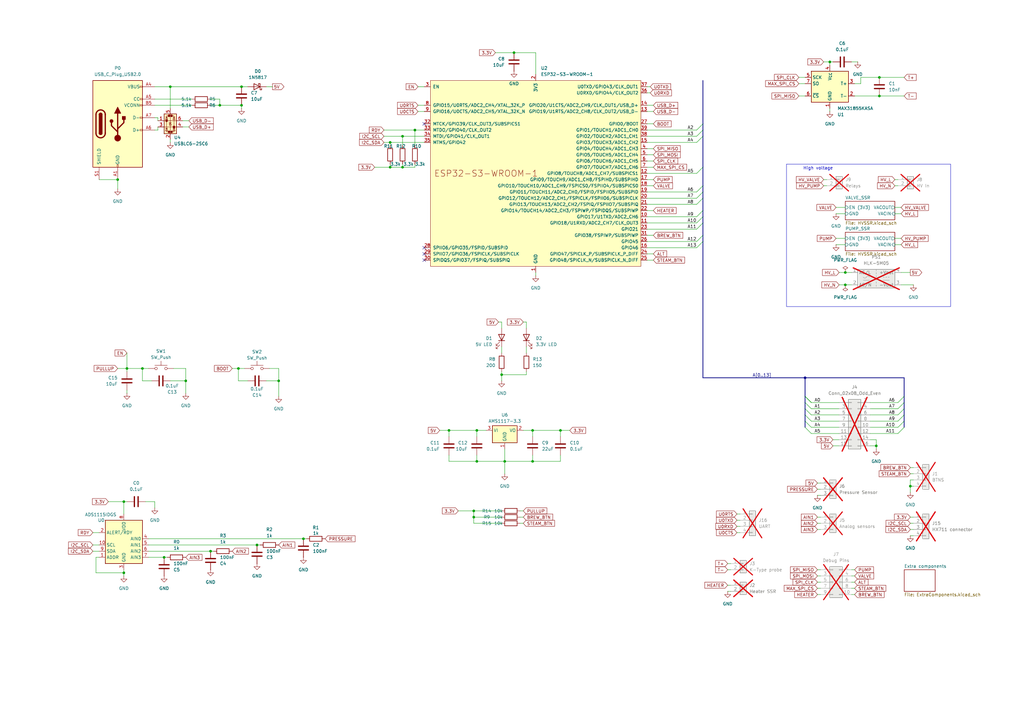
<source format=kicad_sch>
(kicad_sch (version 20250114) (generator "eeschema") (generator_version "9.0")
  (paper "A3")
  (rectangle (start 322.58 67.31) (end 389.89 125.73))
  (text "High voltage" (at 335.534 69.088 0) (effects (font (size 1.27 1.27))))
  (junction (at 48.26 73.66))
  (junction (at 76.2 156.21))
  (junction (at 97.79 151.13))
  (junction (at 160.02 68.58))
  (junction (at 194.31 212.09))
  (junction (at 86.36 226.06))
  (junction (at 210.82 21.59))
  (junction (at 346.71 111.76))
  (junction (at 160.02 58.42))
  (junction (at 360.68 39.37))
  (junction (at 184.15 176.53))
  (junction (at 69.85 35.56))
  (junction (at 359.41 182.88))
  (junction (at 218.44 189.23))
  (junction (at 194.31 209.55))
  (junction (at 346.71 116.84))
  (junction (at 52.07 151.13))
  (junction (at 67.31 228.6))
  (junction (at 58.42 151.13))
  (junction (at 205.74 153.67))
  (junction (at 99.06 43.18))
  (junction (at 165.1 68.58))
  (junction (at 50.8 205.74))
  (junction (at 360.68 31.75))
  (junction (at 218.44 176.53))
  (junction (at 373.38 199.39))
  (junction (at 114.3 156.21))
  (junction (at 50.8 234.95))
  (junction (at 195.58 189.23))
  (junction (at 105.41 223.52))
  (junction (at 124.46 220.98))
  (junction (at 330.2 154.94))
  (junction (at 99.06 35.56))
  (junction (at 207.01 189.23))
  (junction (at 195.58 176.53))
  (junction (at 165.1 55.88))
  (junction (at 229.87 176.53))
  (junction (at 340.36 25.4))
  (junction (at 170.18 53.34))
  (junction (at 90.17 43.18))
  (no_connect (at 173.99 101.6))
  (no_connect (at 173.99 50.8))
  (no_connect (at 173.99 104.14))
  (no_connect (at 173.99 106.68))
  (bus_entry (at 288.29 53.34) (size -2.54 2.54))
  (bus_entry (at 288.29 86.36) (size -2.54 2.54))
  (bus_entry (at 288.29 68.58) (size -2.54 2.54))
  (bus_entry (at 288.29 88.9) (size -2.54 2.54))
  (bus_entry (at 288.29 55.88) (size -2.54 2.54))
  (bus_entry (at 330.2 165.1) (size 2.54 2.54))
  (bus_entry (at 288.29 78.74) (size -2.54 2.54))
  (bus_entry (at 288.29 96.52) (size -2.54 2.54))
  (bus_entry (at 288.29 81.28) (size -2.54 2.54))
  (bus_entry (at 370.84 165.1) (size -2.54 2.54))
  (bus_entry (at 370.84 167.64) (size -2.54 2.54))
  (bus_entry (at 330.2 172.72) (size 2.54 2.54))
  (bus_entry (at 288.29 91.44) (size -2.54 2.54))
  (bus_entry (at 330.2 162.56) (size 2.54 2.54))
  (bus_entry (at 370.84 175.26) (size -2.54 2.54))
  (bus_entry (at 330.2 175.26) (size 2.54 2.54))
  (bus_entry (at 288.29 99.06) (size -2.54 2.54))
  (bus_entry (at 288.29 76.2) (size -2.54 2.54))
  (bus_entry (at 288.29 50.8) (size -2.54 2.54))
  (bus_entry (at 370.84 170.18) (size -2.54 2.54))
  (bus_entry (at 330.2 162.56) (size 2.54 2.54))
  (bus_entry (at 330.2 170.18) (size 2.54 2.54))
  (bus_entry (at 370.84 162.56) (size -2.54 2.54))
  (bus_entry (at 330.2 167.64) (size 2.54 2.54))
  (bus_entry (at 370.84 172.72) (size -2.54 2.54))
  (wire (pts (xy 38.1 218.44) (xy 40.64 218.44)))
  (wire (pts (xy 336.55 233.68) (xy 335.28 233.68)))
  (wire (pts (xy 207.01 184.15) (xy 207.01 189.23)))
  (bus (pts (xy 288.29 55.88) (xy 288.29 68.58)))
  (wire (pts (xy 229.87 186.69) (xy 229.87 189.23)))
  (wire (pts (xy 346.71 116.84) (xy 349.25 116.84)))
  (wire (pts (xy 335.28 198.12) (xy 336.55 198.12)))
  (wire (pts (xy 335.28 212.09) (xy 336.55 212.09)))
  (wire (pts (xy 52.07 160.02) (xy 52.07 161.29)))
  (wire (pts (xy 205.74 156.21) (xy 205.74 153.67)))
  (wire (pts (xy 368.3 177.8) (xy 356.87 177.8)))
  (wire (pts (xy 97.79 156.21) (xy 101.6 156.21)))
  (wire (pts (xy 90.17 40.64) (xy 90.17 43.18)))
  (wire (pts (xy 265.43 58.42) (xy 285.75 58.42)))
  (bus (pts (xy 288.29 78.74) (xy 288.29 81.28)))
  (wire (pts (xy 337.82 76.2) (xy 339.09 76.2)))
  (bus (pts (xy 288.29 88.9) (xy 288.29 91.44)))
  (wire (pts (xy 184.15 189.23) (xy 195.58 189.23)))
  (wire (pts (xy 90.17 43.18) (xy 99.06 43.18)))
  (wire (pts (xy 69.85 35.56) (xy 99.06 35.56)))
  (wire (pts (xy 214.63 132.08) (xy 215.9 132.08)))
  (wire (pts (xy 219.71 30.48) (xy 219.71 21.59)))
  (wire (pts (xy 332.74 167.64) (xy 344.17 167.64)))
  (wire (pts (xy 63.5 43.18) (xy 78.74 43.18)))
  (wire (pts (xy 215.9 132.08) (xy 215.9 134.62)))
  (wire (pts (xy 229.87 176.53) (xy 233.68 176.53)))
  (wire (pts (xy 335.28 214.63) (xy 336.55 214.63)))
  (wire (pts (xy 67.31 228.6) (xy 60.96 228.6)))
  (wire (pts (xy 60.96 226.06) (xy 86.36 226.06)))
  (bus (pts (xy 288.29 91.44) (xy 288.29 96.52)))
  (wire (pts (xy 160.02 68.58) (xy 165.1 68.58)))
  (wire (pts (xy 39.37 228.6) (xy 39.37 234.95)))
  (wire (pts (xy 350.52 39.37) (xy 360.68 39.37)))
  (wire (pts (xy 153.67 68.58) (xy 160.02 68.58)))
  (wire (pts (xy 210.82 21.59) (xy 219.71 21.59)))
  (wire (pts (xy 342.9 100.33) (xy 346.71 100.33)))
  (wire (pts (xy 349.25 236.22) (xy 350.52 236.22)))
  (wire (pts (xy 205.74 153.67) (xy 205.74 152.4)))
  (wire (pts (xy 265.43 53.34) (xy 285.75 53.34)))
  (wire (pts (xy 359.41 184.15) (xy 359.41 182.88)))
  (bus (pts (xy 370.84 167.64) (xy 370.84 170.18)))
  (bus (pts (xy 370.84 170.18) (xy 370.84 172.72)))
  (bus (pts (xy 330.2 162.56) (xy 330.2 165.1)))
  (wire (pts (xy 160.02 59.69) (xy 160.02 58.42)))
  (wire (pts (xy 205.74 132.08) (xy 205.74 134.62)))
  (wire (pts (xy 265.43 101.6) (xy 285.75 101.6)))
  (wire (pts (xy 373.38 194.31) (xy 374.65 194.31)))
  (wire (pts (xy 265.43 45.72) (xy 267.97 45.72)))
  (wire (pts (xy 194.31 209.55) (xy 194.31 212.09)))
  (wire (pts (xy 298.45 231.14) (xy 299.72 231.14)))
  (wire (pts (xy 302.26 213.36) (xy 303.53 213.36)))
  (wire (pts (xy 336.55 238.76) (xy 335.28 238.76)))
  (wire (pts (xy 170.18 53.34) (xy 170.18 59.69)))
  (wire (pts (xy 353.06 34.29) (xy 353.06 31.75)))
  (wire (pts (xy 40.64 73.66) (xy 48.26 73.66)))
  (wire (pts (xy 368.3 175.26) (xy 356.87 175.26)))
  (wire (pts (xy 332.74 177.8) (xy 344.17 177.8)))
  (bus (pts (xy 288.29 96.52) (xy 288.29 99.06)))
  (bus (pts (xy 288.29 76.2) (xy 288.29 78.74)))
  (wire (pts (xy 265.43 83.82) (xy 285.75 83.82)))
  (wire (pts (xy 373.38 201.93) (xy 373.38 199.39)))
  (wire (pts (xy 63.5 208.28) (xy 63.5 205.74)))
  (wire (pts (xy 368.3 170.18) (xy 356.87 170.18)))
  (wire (pts (xy 265.43 99.06) (xy 285.75 99.06)))
  (wire (pts (xy 111.76 35.56) (xy 109.22 35.56)))
  (wire (pts (xy 213.36 209.55) (xy 214.63 209.55)))
  (bus (pts (xy 370.84 162.56) (xy 370.84 165.1)))
  (wire (pts (xy 336.55 241.3) (xy 335.28 241.3)))
  (wire (pts (xy 298.45 242.57) (xy 299.72 242.57)))
  (wire (pts (xy 58.42 156.21) (xy 62.23 156.21)))
  (bus (pts (xy 330.2 165.1) (xy 330.2 167.64)))
  (wire (pts (xy 265.43 63.5) (xy 267.97 63.5)))
  (bus (pts (xy 288.29 81.28) (xy 288.29 86.36)))
  (wire (pts (xy 342.9 85.09) (xy 346.71 85.09)))
  (wire (pts (xy 265.43 81.28) (xy 285.75 81.28)))
  (bus (pts (xy 370.84 172.72) (xy 370.84 175.26)))
  (wire (pts (xy 71.12 151.13) (xy 76.2 151.13)))
  (wire (pts (xy 368.3 172.72) (xy 356.87 172.72)))
  (wire (pts (xy 97.79 151.13) (xy 97.79 156.21)))
  (bus (pts (xy 370.84 165.1) (xy 370.84 167.64)))
  (bus (pts (xy 288.29 68.58) (xy 288.29 76.2)))
  (wire (pts (xy 265.43 86.36) (xy 267.97 86.36)))
  (wire (pts (xy 90.17 40.64) (xy 86.36 40.64)))
  (wire (pts (xy 50.8 234.95) (xy 50.8 233.68)))
  (wire (pts (xy 69.85 156.21) (xy 76.2 156.21)))
  (wire (pts (xy 52.07 205.74) (xy 50.8 205.74)))
  (wire (pts (xy 195.58 176.53) (xy 199.39 176.53)))
  (wire (pts (xy 157.48 53.34) (xy 170.18 53.34)))
  (wire (pts (xy 48.26 77.47) (xy 48.26 73.66)))
  (wire (pts (xy 110.49 151.13) (xy 114.3 151.13)))
  (wire (pts (xy 367.03 85.09) (xy 369.57 85.09)))
  (wire (pts (xy 229.87 189.23) (xy 218.44 189.23)))
  (wire (pts (xy 266.7 38.1) (xy 265.43 38.1)))
  (bus (pts (xy 288.29 50.8) (xy 288.29 53.34)))
  (wire (pts (xy 194.31 212.09) (xy 194.31 214.63)))
  (wire (pts (xy 207.01 189.23) (xy 207.01 194.31)))
  (wire (pts (xy 63.5 205.74) (xy 59.69 205.74)))
  (wire (pts (xy 203.2 21.59) (xy 210.82 21.59)))
  (wire (pts (xy 356.87 180.34) (xy 359.41 180.34)))
  (wire (pts (xy 349.25 238.76) (xy 350.52 238.76)))
  (wire (pts (xy 170.18 67.31) (xy 170.18 68.58)))
  (wire (pts (xy 160.02 68.58) (xy 160.02 67.31)))
  (wire (pts (xy 170.18 68.58) (xy 165.1 68.58)))
  (wire (pts (xy 367.03 100.33) (xy 369.57 100.33)))
  (wire (pts (xy 105.41 223.52) (xy 106.68 223.52)))
  (wire (pts (xy 367.03 97.79) (xy 369.57 97.79)))
  (wire (pts (xy 374.65 214.63) (xy 373.38 214.63)))
  (wire (pts (xy 330.2 39.37) (xy 327.66 39.37)))
  (wire (pts (xy 194.31 209.55) (xy 187.96 209.55)))
  (wire (pts (xy 114.3 151.13) (xy 114.3 156.21)))
  (bus (pts (xy 330.2 154.94) (xy 288.29 154.94)))
  (wire (pts (xy 265.43 66.04) (xy 267.97 66.04)))
  (wire (pts (xy 342.9 87.63) (xy 346.71 87.63)))
  (wire (pts (xy 353.06 31.75) (xy 360.68 31.75)))
  (wire (pts (xy 335.28 200.66) (xy 336.55 200.66)))
  (wire (pts (xy 194.31 214.63) (xy 205.74 214.63)))
  (wire (pts (xy 58.42 151.13) (xy 58.42 156.21)))
  (wire (pts (xy 359.41 182.88) (xy 359.41 180.34)))
  (wire (pts (xy 368.3 167.64) (xy 356.87 167.64)))
  (wire (pts (xy 337.82 73.66) (xy 339.09 73.66)))
  (wire (pts (xy 39.37 234.95) (xy 50.8 234.95)))
  (wire (pts (xy 184.15 176.53) (xy 184.15 179.07)))
  (wire (pts (xy 52.07 144.78) (xy 52.07 151.13)))
  (wire (pts (xy 265.43 96.52) (xy 267.97 96.52)))
  (wire (pts (xy 63.5 35.56) (xy 69.85 35.56)))
  (wire (pts (xy 38.1 223.52) (xy 40.64 223.52)))
  (wire (pts (xy 157.48 58.42) (xy 160.02 58.42)))
  (wire (pts (xy 171.45 45.72) (xy 173.99 45.72)))
  (wire (pts (xy 184.15 176.53) (xy 195.58 176.53)))
  (wire (pts (xy 265.43 43.18) (xy 267.97 43.18)))
  (wire (pts (xy 165.1 55.88) (xy 165.1 59.69)))
  (bus (pts (xy 330.2 170.18) (xy 330.2 172.72)))
  (wire (pts (xy 265.43 68.58) (xy 267.97 68.58)))
  (wire (pts (xy 76.2 156.21) (xy 76.2 161.29)))
  (bus (pts (xy 330.2 172.72) (xy 330.2 175.26)))
  (wire (pts (xy 335.28 217.17) (xy 336.55 217.17)))
  (wire (pts (xy 360.68 31.75) (xy 370.84 31.75)))
  (wire (pts (xy 265.43 106.68) (xy 267.97 106.68)))
  (wire (pts (xy 215.9 142.24) (xy 215.9 144.78)))
  (wire (pts (xy 69.85 58.42) (xy 69.85 57.15)))
  (wire (pts (xy 265.43 60.96) (xy 267.97 60.96)))
  (bus (pts (xy 288.29 53.34) (xy 288.29 55.88)))
  (wire (pts (xy 349.25 241.3) (xy 350.52 241.3)))
  (wire (pts (xy 60.96 220.98) (xy 124.46 220.98)))
  (wire (pts (xy 180.34 176.53) (xy 184.15 176.53)))
  (wire (pts (xy 74.93 52.07) (xy 77.47 52.07)))
  (wire (pts (xy 52.07 151.13) (xy 58.42 151.13)))
  (wire (pts (xy 374.65 219.71) (xy 373.38 219.71)))
  (wire (pts (xy 60.96 223.52) (xy 105.41 223.52)))
  (wire (pts (xy 349.25 25.4) (xy 351.79 25.4)))
  (wire (pts (xy 109.22 156.21) (xy 114.3 156.21)))
  (bus (pts (xy 288.29 33.02) (xy 288.29 50.8)))
  (wire (pts (xy 125.73 220.98) (xy 124.46 220.98)))
  (wire (pts (xy 341.63 182.88) (xy 344.17 182.88)))
  (wire (pts (xy 165.1 68.58) (xy 165.1 67.31)))
  (wire (pts (xy 171.45 43.18) (xy 173.99 43.18)))
  (wire (pts (xy 332.74 175.26) (xy 344.17 175.26)))
  (wire (pts (xy 219.71 113.03) (xy 219.71 111.76)))
  (wire (pts (xy 218.44 176.53) (xy 218.44 179.07)))
  (wire (pts (xy 160.02 58.42) (xy 173.99 58.42)))
  (wire (pts (xy 265.43 88.9) (xy 285.75 88.9)))
  (wire (pts (xy 63.5 53.34) (xy 64.77 53.34)))
  (wire (pts (xy 330.2 34.29) (xy 327.66 34.29)))
  (wire (pts (xy 265.43 91.44) (xy 285.75 91.44)))
  (wire (pts (xy 302.26 215.9) (xy 303.53 215.9)))
  (wire (pts (xy 39.37 228.6) (xy 40.64 228.6)))
  (wire (pts (xy 367.03 73.66) (xy 368.3 73.66)))
  (wire (pts (xy 99.06 35.56) (xy 101.6 35.56)))
  (wire (pts (xy 184.15 186.69) (xy 184.15 189.23)))
  (wire (pts (xy 218.44 189.23) (xy 218.44 186.69)))
  (bus (pts (xy 288.29 99.06) (xy 288.29 154.94)))
  (wire (pts (xy 194.31 209.55) (xy 205.74 209.55)))
  (wire (pts (xy 265.43 50.8) (xy 267.97 50.8)))
  (wire (pts (xy 298.45 233.68) (xy 299.72 233.68)))
  (wire (pts (xy 205.74 132.08) (xy 204.47 132.08)))
  (wire (pts (xy 214.63 214.63) (xy 213.36 214.63)))
  (wire (pts (xy 52.07 152.4) (xy 52.07 151.13)))
  (wire (pts (xy 215.9 153.67) (xy 215.9 152.4)))
  (wire (pts (xy 195.58 189.23) (xy 207.01 189.23)))
  (wire (pts (xy 213.36 212.09) (xy 214.63 212.09)))
  (wire (pts (xy 69.85 35.56) (xy 69.85 44.45)))
  (wire (pts (xy 229.87 179.07) (xy 229.87 176.53)))
  (wire (pts (xy 373.38 196.85) (xy 374.65 196.85)))
  (wire (pts (xy 44.45 205.74) (xy 50.8 205.74)))
  (bus (pts (xy 330.2 167.64) (xy 330.2 170.18)))
  (wire (pts (xy 298.45 240.03) (xy 299.72 240.03)))
  (wire (pts (xy 97.79 151.13) (xy 100.33 151.13)))
  (wire (pts (xy 165.1 55.88) (xy 173.99 55.88)))
  (wire (pts (xy 68.58 228.6) (xy 67.31 228.6)))
  (wire (pts (xy 332.74 172.72) (xy 344.17 172.72)))
  (wire (pts (xy 342.9 97.79) (xy 346.71 97.79)))
  (wire (pts (xy 205.74 144.78) (xy 205.74 142.24)))
  (wire (pts (xy 369.57 111.76) (xy 373.38 111.76)))
  (wire (pts (xy 214.63 176.53) (xy 218.44 176.53)))
  (wire (pts (xy 99.06 44.45) (xy 99.06 43.18)))
  (wire (pts (xy 367.03 76.2) (xy 368.3 76.2)))
  (wire (pts (xy 171.45 35.56) (xy 173.99 35.56)))
  (wire (pts (xy 332.74 165.1) (xy 344.17 165.1)))
  (wire (pts (xy 373.38 199.39) (xy 373.38 196.85)))
  (wire (pts (xy 327.66 31.75) (xy 330.2 31.75)))
  (wire (pts (xy 170.18 53.34) (xy 173.99 53.34)))
  (wire (pts (xy 265.43 73.66) (xy 267.97 73.66)))
  (wire (pts (xy 265.43 93.98) (xy 285.75 93.98)))
  (wire (pts (xy 335.28 203.2) (xy 336.55 203.2)))
  (wire (pts (xy 302.26 218.44) (xy 303.53 218.44)))
  (wire (pts (xy 367.03 87.63) (xy 369.57 87.63)))
  (wire (pts (xy 349.25 243.84) (xy 350.52 243.84)))
  (wire (pts (xy 336.55 236.22) (xy 335.28 236.22)))
  (wire (pts (xy 349.25 233.68) (xy 350.52 233.68)))
  (wire (pts (xy 50.8 236.22) (xy 50.8 234.95)))
  (bus (pts (xy 288.29 86.36) (xy 288.29 88.9)))
  (wire (pts (xy 374.65 217.17) (xy 373.38 217.17)))
  (wire (pts (xy 58.42 151.13) (xy 60.96 151.13)))
  (wire (pts (xy 340.36 45.72) (xy 340.36 44.45)))
  (wire (pts (xy 344.17 116.84) (xy 346.71 116.84)))
  (wire (pts (xy 265.43 78.74) (xy 285.75 78.74)))
  (wire (pts (xy 341.63 180.34) (xy 344.17 180.34)))
  (wire (pts (xy 266.7 35.56) (xy 265.43 35.56)))
  (wire (pts (xy 341.63 25.4) (xy 340.36 25.4)))
  (wire (pts (xy 157.48 55.88) (xy 165.1 55.88)))
  (wire (pts (xy 95.25 151.13) (xy 97.79 151.13)))
  (wire (pts (xy 265.43 71.12) (xy 285.75 71.12)))
  (wire (pts (xy 374.65 116.84) (xy 369.57 116.84)))
  (wire (pts (xy 346.71 111.76) (xy 349.25 111.76)))
  (wire (pts (xy 373.38 199.39) (xy 374.65 199.39)))
  (wire (pts (xy 350.52 34.29) (xy 353.06 34.29)))
  (wire (pts (xy 64.77 48.26) (xy 64.77 49.53)))
  (bus (pts (xy 330.2 154.94) (xy 330.2 162.56)))
  (wire (pts (xy 265.43 55.88) (xy 285.75 55.88)))
  (wire (pts (xy 374.65 212.09) (xy 373.38 212.09)))
  (wire (pts (xy 50.8 205.74) (xy 50.8 210.82)))
  (wire (pts (xy 64.77 52.07) (xy 64.77 53.34)))
  (wire (pts (xy 340.36 25.4) (xy 337.82 25.4)))
  (wire (pts (xy 207.01 189.23) (xy 218.44 189.23)))
  (wire (pts (xy 302.26 210.82) (xy 303.53 210.82)))
  (wire (pts (xy 218.44 176.53) (xy 229.87 176.53)))
  (wire (pts (xy 356.87 182.88) (xy 359.41 182.88)))
  (wire (pts (xy 195.58 189.23) (xy 195.58 186.69)))
  (wire (pts (xy 205.74 153.67) (xy 215.9 153.67)))
  (wire (pts (xy 373.38 191.77) (xy 374.65 191.77)))
  (wire (pts (xy 63.5 40.64) (xy 78.74 40.64)))
  (wire (pts (xy 344.17 111.76) (xy 346.71 111.76)))
  (bus (pts (xy 370.84 154.94) (xy 370.84 162.56)))
  (wire (pts (xy 336.55 243.84) (xy 335.28 243.84)))
  (wire (pts (xy 38.1 226.06) (xy 40.64 226.06)))
  (wire (pts (xy 265.43 104.14) (xy 267.97 104.14)))
  (wire (pts (xy 265.43 76.2) (xy 267.97 76.2)))
  (wire (pts (xy 86.36 43.18) (xy 90.17 43.18)))
  (wire (pts (xy 48.26 151.13) (xy 52.07 151.13)))
  (wire (pts (xy 74.93 49.53) (xy 77.47 49.53)))
  (wire (pts (xy 368.3 165.1) (xy 356.87 165.1)))
  (wire (pts (xy 114.3 162.56) (xy 114.3 156.21)))
  (bus (pts (xy 370.84 154.94) (xy 330.2 154.94)))
  (wire (pts (xy 87.63 226.06) (xy 86.36 226.06)))
  (wire (pts (xy 360.68 39.37) (xy 370.84 39.37)))
  (wire (pts (xy 195.58 176.53) (xy 195.58 179.07)))
  (wire (pts (xy 76.2 151.13) (xy 76.2 156.21)))
  (wire (pts (xy 332.74 170.18) (xy 344.17 170.18)))
  (wire (pts (xy 63.5 48.26) (xy 64.77 48.26)))
  (wire (pts (xy 194.31 212.09) (xy 205.74 212.09)))
  (wire (pts (xy 340.36 25.4) (xy 340.36 26.67)))
  (label "A13" (at 281.94 101.6 0))
  (label "A6" (at 281.94 78.74 0))
  (label "A10" (at 367.03 175.26 180))
  (label "A4" (at 281.94 58.42 0))
  (label "A12" (at 281.94 99.06 0))
  (label "A9" (at 367.03 172.72 180))
  (label "A11" (at 281.94 93.98 0))
  (label "A11" (at 367.03 177.8 180))
  (label "A2" (at 281.94 53.34 0))
  (label "A6" (at 367.03 165.1 180))
  (label "A7" (at 367.03 167.64 180))
  (label "A4" (at 334.01 175.26 0))
  (label "A3" (at 281.94 55.88 0))
  (label "A7" (at 281.94 81.28 0))
  (label "A2" (at 334.01 170.18 0))
  (label "A3" (at 334.01 172.72 0))
  (label "A5" (at 281.94 71.12 0))
  (label "A9" (at 281.94 88.9 0))
  (label "A[0..13]" (at 308.61 154.94 0))
  (label "A8" (at 281.94 83.82 0))
  (label "A10" (at 281.94 91.44 0))
  (label "A1" (at 334.01 167.64 0))
  (label "A0" (at 334.01 165.1 0))
  (label "A8" (at 367.03 170.18 180))
  (label "A5" (at 334.01 177.8 0))
  (global_label "BREW_BTN" (shape input) (at 373.38 191.77 180) (property "Intersheetrefs" "${INTERSHEET_REFS}" (effects (hide yes))))
  (global_label "BREW_BTN" (shape input) (at 214.63 212.09 0) (property "Intersheetrefs" "${INTERSHEET_REFS}" (effects (hide yes))))
  (global_label "T-" (shape input) (at 370.84 39.37 0) (property "Intersheetrefs" "${INTERSHEET_REFS}" (effects (hide yes))))
  (global_label "BREW_BTN" (shape input) (at 267.97 96.52 0) (property "Intersheetrefs" "${INTERSHEET_REFS}" (effects (hide yes))))
  (global_label "USB_D+" (shape input) (at 77.47 52.07 0) (property "Intersheetrefs" "${INTERSHEET_REFS}" (effects (hide yes))))
  (global_label "BOOT" (shape input) (at 267.97 50.8 0) (property "Intersheetrefs" "${INTERSHEET_REFS}" (effects (hide yes))))
  (global_label "U0TXD" (shape input) (at 302.26 213.36 180) (property "Intersheetrefs" "${INTERSHEET_REFS}" (effects (hide yes))))
  (global_label "I2C_SDA" (shape input) (at 38.1 226.06 180) (property "Intersheetrefs" "${INTERSHEET_REFS}" (effects (hide yes))))
  (global_label "U0RXD" (shape input) (at 266.7 38.1 0) (property "Intersheetrefs" "${INTERSHEET_REFS}" (effects (hide yes))))
  (global_label "SPI_CLK" (shape input) (at 267.97 66.04 0) (property "Intersheetrefs" "${INTERSHEET_REFS}" (effects (hide yes))))
  (global_label "HEATER" (shape input) (at 298.45 240.03 180) (property "Intersheetrefs" "${INTERSHEET_REFS}" (effects (hide yes))))
  (global_label "5V" (shape output) (at 111.76 35.56 0) (property "Intersheetrefs" "${INTERSHEET_REFS}" (effects (hide yes))))
  (global_label "PULLUP" (shape input) (at 214.63 209.55 0) (property "Intersheetrefs" "${INTERSHEET_REFS}" (effects (hide yes))))
  (global_label "HV_VALVE" (shape input) (at 369.57 85.09 0) (property "Intersheetrefs" "${INTERSHEET_REFS}" (effects (hide yes))))
  (global_label "HV_N" (shape input) (at 367.03 76.2 180) (property "Intersheetrefs" "${INTERSHEET_REFS}" (effects (hide yes))))
  (global_label "3.3V" (shape input) (at 44.45 205.74 180) (property "Intersheetrefs" "${INTERSHEET_REFS}" (effects (hide yes))))
  (global_label "HV_N" (shape input) (at 344.17 116.84 180) (property "Intersheetrefs" "${INTERSHEET_REFS}" (effects (hide yes))))
  (global_label "VALVE" (shape input) (at 342.9 85.09 180) (property "Intersheetrefs" "${INTERSHEET_REFS}" (effects (hide yes))))
  (global_label "HV_L" (shape input) (at 369.57 100.33 0) (property "Intersheetrefs" "${INTERSHEET_REFS}" (effects (hide yes))))
  (global_label "STEAM_BTN" (shape input) (at 350.52 241.3 0) (property "Intersheetrefs" "${INTERSHEET_REFS}" (effects (hide yes))))
  (global_label "STEAM_BTN" (shape input) (at 267.97 106.68 0) (property "Intersheetrefs" "${INTERSHEET_REFS}" (effects (hide yes))))
  (global_label "5V" (shape input) (at 204.47 132.08 180) (property "Intersheetrefs" "${INTERSHEET_REFS}" (effects (hide yes))))
  (global_label "AIN3" (shape input) (at 335.28 217.17 180) (property "Intersheetrefs" "${INTERSHEET_REFS}" (effects (hide yes))))
  (global_label "AIN1" (shape input) (at 114.3 223.52 0) (property "Intersheetrefs" "${INTERSHEET_REFS}" (effects (hide yes))))
  (global_label "SPI_CLK" (shape input) (at 327.66 31.75 180) (property "Intersheetrefs" "${INTERSHEET_REFS}" (effects (hide yes))))
  (global_label "SPI_MISO" (shape input) (at 327.66 39.37 180) (property "Intersheetrefs" "${INTERSHEET_REFS}" (effects (hide yes))))
  (global_label "EN" (shape input) (at 52.07 144.78 180) (property "Intersheetrefs" "${INTERSHEET_REFS}" (effects (hide yes))))
  (global_label "5V" (shape input) (at 341.63 182.88 180) (property "Intersheetrefs" "${INTERSHEET_REFS}" (effects (hide yes))))
  (global_label "VALVE" (shape input) (at 267.97 76.2 0) (property "Intersheetrefs" "${INTERSHEET_REFS}" (effects (hide yes))))
  (global_label "ALT" (shape input) (at 350.52 238.76 0) (property "Intersheetrefs" "${INTERSHEET_REFS}" (effects (hide yes))))
  (global_label "PRESSURE" (shape input) (at 133.35 220.98 0) (property "Intersheetrefs" "${INTERSHEET_REFS}" (effects (hide yes))))
  (global_label "I2C_SCL" (shape input) (at 373.38 214.63 180) (property "Intersheetrefs" "${INTERSHEET_REFS}" (effects (hide yes))))
  (global_label "T+" (shape input) (at 370.84 31.75 0) (property "Intersheetrefs" "${INTERSHEET_REFS}" (effects (hide yes))))
  (global_label "HV_VALVE" (shape input) (at 337.82 73.66 180) (property "Intersheetrefs" "${INTERSHEET_REFS}" (effects (hide yes))))
  (global_label "3.3V" (shape input) (at 187.96 209.55 180) (property "Intersheetrefs" "${INTERSHEET_REFS}" (effects (hide yes))))
  (global_label "PUMP" (shape input) (at 350.52 233.68 0) (property "Intersheetrefs" "${INTERSHEET_REFS}" (effects (hide yes))))
  (global_label "U0CTS" (shape input) (at 171.45 45.72 180) (property "Intersheetrefs" "${INTERSHEET_REFS}" (effects (hide yes))))
  (global_label "SPI_CLK" (shape input) (at 335.28 238.76 180) (property "Intersheetrefs" "${INTERSHEET_REFS}" (effects (hide yes))))
  (global_label "5V" (shape input) (at 180.34 176.53 180) (property "Intersheetrefs" "${INTERSHEET_REFS}" (effects (hide yes))))
  (global_label "SPI_MOSI" (shape input) (at 267.97 63.5 0) (property "Intersheetrefs" "${INTERSHEET_REFS}" (effects (hide yes))))
  (global_label "MAX_SPI_CS" (shape input) (at 267.97 68.58 0) (property "Intersheetrefs" "${INTERSHEET_REFS}" (effects (hide yes))))
  (global_label "VALVE" (shape input) (at 350.52 236.22 0) (property "Intersheetrefs" "${INTERSHEET_REFS}" (effects (hide yes))))
  (global_label "5V" (shape output) (at 373.38 111.76 0) (property "Intersheetrefs" "${INTERSHEET_REFS}" (effects (hide yes))))
  (global_label "3.3V" (shape input) (at 233.68 176.53 0) (property "Intersheetrefs" "${INTERSHEET_REFS}" (effects (hide yes))))
  (global_label "SPI_MOSI" (shape input) (at 335.28 236.22 180) (property "Intersheetrefs" "${INTERSHEET_REFS}" (effects (hide yes))))
  (global_label "3.3V" (shape input) (at 341.63 180.34 180) (property "Intersheetrefs" "${INTERSHEET_REFS}" (effects (hide yes))))
  (global_label "5V" (shape input) (at 335.28 198.12 180) (property "Intersheetrefs" "${INTERSHEET_REFS}" (effects (hide yes))))
  (global_label "MAX_SPI_CS" (shape input) (at 335.28 241.3 180) (property "Intersheetrefs" "${INTERSHEET_REFS}" (effects (hide yes))))
  (global_label "HEATER" (shape input) (at 267.97 86.36 0) (property "Intersheetrefs" "${INTERSHEET_REFS}" (effects (hide yes))))
  (global_label "HV_L" (shape input) (at 344.17 111.76 180) (property "Intersheetrefs" "${INTERSHEET_REFS}" (effects (hide yes))))
  (global_label "SPI_MISO" (shape input) (at 335.28 233.68 180) (property "Intersheetrefs" "${INTERSHEET_REFS}" (effects (hide yes))))
  (global_label "I2C_SDA" (shape input) (at 157.48 58.42 180) (property "Intersheetrefs" "${INTERSHEET_REFS}" (effects (hide yes))))
  (global_label "3.3V" (shape input) (at 373.38 212.09 180) (property "Intersheetrefs" "${INTERSHEET_REFS}" (effects (hide yes))))
  (global_label "ALT" (shape input) (at 267.97 104.14 0) (property "Intersheetrefs" "${INTERSHEET_REFS}" (effects (hide yes))))
  (global_label "PUMP" (shape input) (at 342.9 97.79 180) (property "Intersheetrefs" "${INTERSHEET_REFS}" (effects (hide yes))))
  (global_label "PRESSURE" (shape input) (at 335.28 200.66 180) (property "Intersheetrefs" "${INTERSHEET_REFS}" (effects (hide yes))))
  (global_label "HV_PUMP" (shape input) (at 369.57 97.79 0) (property "Intersheetrefs" "${INTERSHEET_REFS}" (effects (hide yes))))
  (global_label "3.3V" (shape input) (at 337.82 25.4 180) (property "Intersheetrefs" "${INTERSHEET_REFS}" (effects (hide yes))))
  (global_label "U0RXD" (shape input) (at 302.26 215.9 180) (property "Intersheetrefs" "${INTERSHEET_REFS}" (effects (hide yes))))
  (global_label "3.3V" (shape input) (at 203.2 21.59 180) (property "Intersheetrefs" "${INTERSHEET_REFS}" (effects (hide yes))))
  (global_label "PULLUP" (shape input) (at 48.26 151.13 180) (property "Intersheetrefs" "${INTERSHEET_REFS}" (effects (hide yes))))
  (global_label "BOOT" (shape input) (at 95.25 151.13 180) (property "Intersheetrefs" "${INTERSHEET_REFS}" (effects (hide yes))))
  (global_label "STEAM_BTN" (shape input) (at 373.38 194.31 180) (property "Intersheetrefs" "${INTERSHEET_REFS}" (effects (hide yes))))
  (global_label "USB_D+" (shape input) (at 267.97 43.18 0) (property "Intersheetrefs" "${INTERSHEET_REFS}" (effects (hide yes))))
  (global_label "HEATER" (shape input) (at 335.28 243.84 180) (property "Intersheetrefs" "${INTERSHEET_REFS}" (effects (hide yes))))
  (global_label "USB_D-" (shape input) (at 267.97 45.72 0) (property "Intersheetrefs" "${INTERSHEET_REFS}" (effects (hide yes))))
  (global_label "HV_L" (shape input) (at 369.57 87.63 0) (property "Intersheetrefs" "${INTERSHEET_REFS}" (effects (hide yes))))
  (global_label "U0RTS" (shape input) (at 302.26 210.82 180) (property "Intersheetrefs" "${INTERSHEET_REFS}" (effects (hide yes))))
  (global_label "U0TXD" (shape input) (at 266.7 35.56 0) (property "Intersheetrefs" "${INTERSHEET_REFS}" (effects (hide yes))))
  (global_label "T+" (shape input) (at 298.45 231.14 180) (property "Intersheetrefs" "${INTERSHEET_REFS}" (effects (hide yes))))
  (global_label "3.3V" (shape input) (at 153.67 68.58 180) (property "Intersheetrefs" "${INTERSHEET_REFS}" (effects (hide yes))))
  (global_label "AIN1" (shape input) (at 335.28 212.09 180) (property "Intersheetrefs" "${INTERSHEET_REFS}" (effects (hide yes))))
  (global_label "T-" (shape input) (at 298.45 233.68 180) (property "Intersheetrefs" "${INTERSHEET_REFS}" (effects (hide yes))))
  (global_label "I2C_SCL" (shape input) (at 38.1 223.52 180) (property "Intersheetrefs" "${INTERSHEET_REFS}" (effects (hide yes))))
  (global_label "3.3V" (shape input) (at 214.63 132.08 180) (property "Intersheetrefs" "${INTERSHEET_REFS}" (effects (hide yes))))
  (global_label "AIN3" (shape input) (at 76.2 228.6 0) (property "Intersheetrefs" "${INTERSHEET_REFS}" (effects (hide yes))))
  (global_label "PUMP" (shape input) (at 267.97 73.66 0) (property "Intersheetrefs" "${INTERSHEET_REFS}" (effects (hide yes))))
  (global_label "BREW_BTN" (shape input) (at 350.52 243.84 0) (property "Intersheetrefs" "${INTERSHEET_REFS}" (effects (hide yes))))
  (global_label "HV_L" (shape input) (at 367.03 73.66 180) (property "Intersheetrefs" "${INTERSHEET_REFS}" (effects (hide yes))))
  (global_label "SPI_MISO" (shape input) (at 267.97 60.96 0) (property "Intersheetrefs" "${INTERSHEET_REFS}" (effects (hide yes))))
  (global_label "AIN2" (shape input) (at 95.25 226.06 0) (property "Intersheetrefs" "${INTERSHEET_REFS}" (effects (hide yes))))
  (global_label "I2C_SCL" (shape input) (at 157.48 55.88 180) (property "Intersheetrefs" "${INTERSHEET_REFS}" (effects (hide yes))))
  (global_label "RDY" (shape input) (at 157.48 53.34 180) (property "Intersheetrefs" "${INTERSHEET_REFS}" (effects (hide yes))))
  (global_label "U0CTS" (shape input) (at 302.26 218.44 180) (property "Intersheetrefs" "${INTERSHEET_REFS}" (effects (hide yes))))
  (global_label "U0RTS" (shape input) (at 171.45 43.18 180) (property "Intersheetrefs" "${INTERSHEET_REFS}" (effects (hide yes))))
  (global_label "USB_D-" (shape input) (at 77.47 49.53 0) (property "Intersheetrefs" "${INTERSHEET_REFS}" (effects (hide yes))))
  (global_label "MAX_SPI_CS" (shape input) (at 327.66 34.29 180) (property "Intersheetrefs" "${INTERSHEET_REFS}" (effects (hide yes))))
  (global_label "EN" (shape input) (at 171.45 35.56 180) (property "Intersheetrefs" "${INTERSHEET_REFS}" (effects (hide yes))))
  (global_label "AIN2" (shape input) (at 335.28 214.63 180) (property "Intersheetrefs" "${INTERSHEET_REFS}" (effects (hide yes))))
  (global_label "I2C_SDA" (shape input) (at 373.38 217.17 180) (property "Intersheetrefs" "${INTERSHEET_REFS}" (effects (hide yes))))
  (global_label "STEAM_BTN" (shape input) (at 214.63 214.63 0) (property "Intersheetrefs" "${INTERSHEET_REFS}" (effects (hide yes))))
  (global_label "HV_PUMP" (shape input) (at 337.82 76.2 180) (property "Intersheetrefs" "${INTERSHEET_REFS}" (effects (hide yes))))
  (global_label "RDY" (shape input) (at 38.1 218.44 180) (property "Intersheetrefs" "${INTERSHEET_REFS}" (effects (hide yes))))
  (symbol (lib_id "Analog_ADC:ADS1115IDGS") (at 50.8 223.52 0) (mirror y) (unit 1)
    (property "Reference" "U0" (at 40.132 213.36 0) (effects (justify right)))
    (property "Value" "ADS1115IDGS" (at 34.798 211.074 0) (effects (justify right)))
    (property "Footprint" "Package_SO:TSSOP-10_3x3mm_P0.5mm" (effects (hide yes)))
    (property "Datasheet" "http://www.ti.com/lit/ds/symlink/ads1113.pdf" (effects (hide yes)))
    (property "Description" "Ultra-Small, Low-Power, I2C-Compatible, 860-SPS, 16-Bit ADCs With Internal Reference, Oscillator, and Programmable Comparator, VSSOP-10" (effects (hide yes)))
  )
  (symbol (lib_id "Sensor_Temperature:MAX31855KASA") (at 340.36 36.83 0) (mirror y) (unit 1)
    (property "Reference" "U1" (at 343.4781 46.99 0) (effects (justify right)))
    (property "Value" "MAX31855KASA" (at 343.4781 44.45 0) (effects (justify right)))
    (property "Footprint" "Package_SO:SOIC-8_3.9x4.9mm_P1.27mm" (effects (hide yes)))
    (property "Datasheet" "http://datasheets.maximintegrated.com/en/ds/MAX31855.pdf" (effects (hide yes)))
    (property "Description" "Cold Junction K-type Thermocouple Interface, SPI, SOIC-8" (effects (hide yes)))
  )
  (symbol (lib_id "power:GND") (at 69.85 58.42 0) (unit 1)
    (property "Reference" "#PWR05" (effects (hide yes)))
    (property "Value" "GND" (at 69.85 63.5 0))
    (property "Description" "Power symbol creates a global label with name \"GND\" , ground" (effects (hide yes)))
  )
  (symbol (lib_id "power:GND") (at 373.38 219.71 0) (unit 1)
    (property "Reference" "#PWR011" (effects (hide yes)))
    (property "Value" "GND" (at 373.38 224.79 0))
    (property "Description" "Power symbol creates a global label with name \"GND\" , ground" (effects (hide yes)))
  )
  (symbol (lib_id "power:GND") (at 207.01 194.31 0) (unit 1)
    (property "Reference" "#PWR020" (effects (hide yes)))
    (property "Value" "GND" (at 207.01 199.39 0))
    (property "Description" "Power symbol creates a global label with name \"GND\" , ground" (effects (hide yes)))
  )
  (symbol (lib_id "Device:C") (at 218.44 182.88 0) (unit 1)
    (property "Reference" "C9" (at 222.25 181.6099 0) (effects (justify left)))
    (property "Value" "22uF" (at 222.25 184.1499 0) (effects (justify left)))
    (property "Footprint" "Capacitor_SMD:C_0603_1608Metric" (effects (hide yes)))
    (property "Description" "Unpolarized capacitor" (effects (hide yes)))
  )
  (symbol (lib_id "Connector_Generic:Conn_01x04") (at 379.73 194.31 0) (unit 1) (dnp yes)
    (property "Reference" "J1" (at 382.27 194.3099 0) (effects (justify left)))
    (property "Value" "BTNS" (at 382.27 196.8499 0) (effects (justify left)))
    (property "Footprint" "Connector_JST:JST_PH_B4B-PH-K_1x04_P2.00mm_Vertical" (effects (hide yes)))
    (property "Description" "Generic connector, single row, 01x04, script generated (kicad-library-utils/schlib/autogen/connector/)" (effects (hide yes)))
  )
  (symbol (lib_id "Converter_ACDC:HLK-5M05") (at 359.41 114.3 0) (unit 1) (dnp yes)
    (property "Reference" "PS1" (at 359.41 105.41 0))
    (property "Value" "HLK-5M05" (at 359.41 107.95 0))
    (property "Footprint" "Converter_ACDC:Converter_ACDC_Hi-Link_HLK-5Mxx" (effects (hide yes)))
    (property "Datasheet" "http://h.hlktech.com/download/ACDC%E7%94%B5%E6%BA%90%E6%A8%A1%E5%9D%975W%E7%B3%BB%E5%88%97/1/%E6%B5%B7%E5%87%8C%E7%A7%915W%E7%B3%BB%E5%88%97%E7%94%B5%E6%BA%90%E6%A8%A1%E5%9D%97%E8%A7%84%E6%A0%BC%E4%B9%A6V2.8.pdf" (effects (hide yes)))
    (property "Description" "Compact AC/DC board mount power module 5W, 5V 1A" (effects (hide yes)))
  )
  (symbol (lib_id "Connector_Generic:Conn_01x02") (at 373.38 73.66 0) (unit 1) (dnp yes)
    (property "Reference" "J8" (at 375.92 73.6599 0) (effects (justify left)))
    (property "Value" "HV In" (at 375.92 76.1999 0) (effects (justify left)))
    (property "Footprint" "easyeda2kicad:CONN-TH_2P-P5.08_DIBO_DB142V-5.08-2P" (effects (hide yes)))
    (property "Description" "Generic connector, single row, 01x02, script generated (kicad-library-utils/schlib/autogen/connector/)" (effects (hide yes)))
  )
  (symbol (lib_id "power:GND") (at 359.41 184.15 0) (unit 1)
    (property "Reference" "#PWR016" (effects (hide yes)))
    (property "Value" "GND" (at 359.41 189.23 0))
    (property "Description" "Power symbol creates a global label with name \"GND\" , ground" (effects (hide yes)))
  )
  (symbol (lib_id "power:GND") (at 124.46 228.6 0) (mirror y) (unit 1)
    (property "Reference" "#PWR013" (effects (hide yes)))
    (property "Value" "GND" (at 124.46 233.68 0))
    (property "Description" "Power symbol creates a global label with name \"GND\" , ground" (effects (hide yes)))
  )
  (symbol (lib_id "Device:C") (at 105.41 227.33 0) (mirror x) (unit 1)
    (property "Reference" "C3" (at 109.22 228.6001 0) (effects (justify left)))
    (property "Value" "100nF" (at 109.22 226.0601 0) (effects (justify left)))
    (property "Footprint" "Capacitor_SMD:C_0603_1608Metric" (effects (hide yes)))
    (property "Description" "Unpolarized capacitor" (effects (hide yes)))
  )
  (symbol (lib_id "Device:C") (at 66.04 156.21 90) (mirror x) (unit 1)
    (property "Reference" "C13" (at 70.612 160.782 90))
    (property "Value" "0.1uF" (at 70.612 158.242 90))
    (property "Footprint" "Capacitor_SMD:C_0603_1608Metric" (effects (hide yes)))
    (property "Description" "Unpolarized capacitor" (effects (hide yes)))
  )
  (symbol (lib_id "power:GND") (at 335.28 203.2 0) (mirror y) (unit 1)
    (property "Reference" "#PWR02" (effects (hide yes)))
    (property "Value" "GND" (at 335.28 208.28 0))
    (property "Description" "Power symbol creates a global label with name \"GND\" , ground" (effects (hide yes)))
  )
  (symbol (lib_id "Device:C") (at 105.41 156.21 90) (mirror x) (unit 1)
    (property "Reference" "C14" (at 105.41 162.052 90))
    (property "Value" "0.1uF" (at 105.41 159.512 90))
    (property "Footprint" "Capacitor_SMD:C_0603_1608Metric" (effects (hide yes)))
    (property "Description" "Unpolarized capacitor" (effects (hide yes)))
  )
  (symbol (lib_id "Device:LED") (at 215.9 138.43 90) (unit 1)
    (property "Reference" "D2" (at 219.71 138.7474 90) (effects (justify right)))
    (property "Value" "3.3V LED" (at 219.71 141.2874 90) (effects (justify right)))
    (property "Footprint" "LED_SMD:LED_0603_1608Metric" (effects (hide yes)))
    (property "Description" "Light emitting diode" (effects (hide yes)))
    (property "Sim.Pins" "1=K 2=A" (effects (hide yes)))
  )
  (symbol (lib_id "Device:R") (at 91.44 226.06 90) (unit 1)
    (property "Reference" "R3" (at 91.44 219.71 90))
    (property "Value" "1k" (at 91.44 222.25 90))
    (property "Footprint" "Resistor_SMD:R_0603_1608Metric" (effects (hide yes)))
    (property "Description" "Resistor" (effects (hide yes)))
  )
  (symbol (lib_id "power:GND") (at 342.9 87.63 0) (unit 1)
    (property "Reference" "#PWR018" (effects (hide yes)))
    (property "Value" "GND" (at 342.9 92.71 0))
    (property "Description" "Power symbol creates a global label with name \"GND\" , ground" (effects (hide yes)))
  )
  (symbol (lib_id "Device:C") (at 67.31 232.41 0) (mirror x) (unit 1)
    (property "Reference" "C5" (at 71.12 233.6801 0) (effects (justify left)))
    (property "Value" "100nF" (at 71.12 231.1401 0) (effects (justify left)))
    (property "Footprint" "Capacitor_SMD:C_0603_1608Metric" (effects (hide yes)))
    (property "Description" "Unpolarized capacitor" (effects (hide yes)))
  )
  (symbol (lib_id "Device:R") (at 205.74 148.59 0) (mirror y) (unit 1)
    (property "Reference" "R8" (at 203.2 147.3199 0) (effects (justify left)))
    (property "Value" "200" (at 203.2 149.8599 0) (effects (justify left)))
    (property "Footprint" "Resistor_SMD:R_0603_1608Metric" (effects (hide yes)))
    (property "Description" "Resistor" (effects (hide yes)))
  )
  (symbol (lib_id "power:GND") (at 298.45 242.57 0) (mirror y) (unit 1)
    (property "Reference" "#PWR021" (effects (hide yes)))
    (property "Value" "GND" (at 298.45 247.65 0))
    (property "Description" "Power symbol creates a global label with name \"GND\" , ground" (effects (hide yes)))
  )
  (symbol (lib_id "Connector_Generic:Conn_01x03") (at 341.63 214.63 0) (unit 1) (dnp yes)
    (property "Reference" "J5" (at 344.17 213.3599 0) (effects (justify left)))
    (property "Value" "Analog sensors" (at 344.17 215.8999 0) (effects (justify left)))
    (property "Footprint" "easyeda2kicad:CONN-TH_3P-P2.54_DIBO_DB141V-2.54-3P" (effects (hide yes)))
    (property "Description" "Generic connector, single row, 01x03, script generated (kicad-library-utils/schlib/autogen/connector/)" (effects (hide yes)))
  )
  (symbol (lib_id "power:GND") (at 105.41 231.14 0) (mirror y) (unit 1)
    (property "Reference" "#PWR012" (effects (hide yes)))
    (property "Value" "GND" (at 105.41 236.22 0))
    (property "Description" "Power symbol creates a global label with name \"GND\" , ground" (effects (hide yes)))
  )
  (symbol (lib_id "power:GND") (at 374.65 116.84 0) (unit 1)
    (property "Reference" "#PWR023" (effects (hide yes)))
    (property "Value" "GND" (at 374.65 121.92 0))
    (property "Description" "Power symbol creates a global label with name \"GND\" , ground" (effects (hide yes)))
  )
  (symbol (lib_id "power:GND") (at 342.9 100.33 0) (unit 1)
    (property "Reference" "#PWR019" (effects (hide yes)))
    (property "Value" "GND" (at 342.9 105.41 0))
    (property "Description" "Power symbol creates a global label with name \"GND\" , ground" (effects (hide yes)))
  )
  (symbol (lib_id "Connector_Generic:Conn_01x03") (at 341.63 200.66 0) (unit 1) (dnp yes)
    (property "Reference" "J6" (at 344.17 199.3899 0) (effects (justify left)))
    (property "Value" "Pressure Sensor" (at 344.17 201.9299 0) (effects (justify left)))
    (property "Footprint" "easyeda2kicad:CONN-TH_3P-P2.54_DIBO_DB141V-2.54-3P" (effects (hide yes)))
    (property "Description" "Generic connector, single row, 01x03, script generated (kicad-library-utils/schlib/autogen/connector/)" (effects (hide yes)))
  )
  (symbol (lib_id "Diode:1N5817") (at 105.41 35.56 180) (unit 1)
    (property "Reference" "D0" (at 105.7275 29.21 0))
    (property "Value" "1N5817" (at 105.7275 31.75 0))
    (property "Footprint" "Diode_SMD:D_SOD-123" (effects (hide yes)))
    (property "Datasheet" "http://www.vishay.com/docs/88525/1n5817.pdf" (effects (hide yes)))
    (property "Description" "20V 1A Schottky Barrier Rectifier Diode, DO-41" (effects (hide yes)))
  )
  (symbol (lib_id "Device:C") (at 184.15 182.88 0) (mirror x) (unit 1)
    (property "Reference" "C11" (at 180.34 181.6099 0) (effects (justify right)))
    (property "Value" "0.1uF" (at 180.34 184.1499 0) (effects (justify right)))
    (property "Footprint" "Capacitor_SMD:C_0603_1608Metric" (effects (hide yes)))
    (property "Description" "Unpolarized capacitor" (effects (hide yes)))
  )
  (symbol (lib_id "Device:R") (at 209.55 212.09 90) (unit 1)
    (property "Reference" "R9" (at 199.644 212.09 90))
    (property "Value" "10k" (at 204.47 212.09 90))
    (property "Footprint" "Resistor_SMD:R_0603_1608Metric" (effects (hide yes)))
    (property "Description" "Resistor" (effects (hide yes)))
  )
  (symbol (lib_id "Device:R") (at 170.18 63.5 180) (unit 1)
    (property "Reference" "R10" (at 168.91 59.944 0) (effects (justify right)))
    (property "Value" "3.3k" (at 170.18 67.31 0) (effects (justify right)))
    (property "Footprint" "Resistor_SMD:R_0603_1608Metric" (effects (hide yes)))
    (property "Description" "Resistor" (effects (hide yes)))
  )
  (symbol (lib_id "Connector_Generic:Conn_01x02") (at 304.8 231.14 0) (unit 1) (dnp yes)
    (property "Reference" "J3" (at 307.34 231.1399 0) (effects (justify left)))
    (property "Value" "K-Type probe" (at 307.34 233.6799 0) (effects (justify left)))
    (property "Footprint" "easyeda2kicad:CONN-TH_2P-P2.54_DIBO_DB141V-2.54-2P" (effects (hide yes)))
    (property "Description" "Generic connector, single row, 01x02, script generated (kicad-library-utils/schlib/autogen/connector/)" (effects (hide yes)))
  )
  (symbol (lib_id "PCM_Espressif:ESP32-S3-WROOM-1") (at 219.71 71.12 0) (unit 1)
    (property "Reference" "U2" (at 221.8533 27.94 0) (effects (justify left)))
    (property "Value" "ESP32-S3-WROOM-1" (at 221.8533 30.48 0) (effects (justify left)))
    (property "Footprint" "PCM_Espressif:ESP32-S3-WROOM-1" (effects (hide yes)))
    (property "Datasheet" "https://www.espressif.com/sites/default/files/documentation/esp32-s3-wroom-1_wroom-1u_datasheet_en.pdf" (effects (hide yes)))
    (property "Description" "2.4 GHz WiFi (802.11 b/g/n) and Bluetooth ® 5 (LE) module Built around ESP32S3 series of SoCs, Xtensa ® dualcore 32bit LX7 microprocessor Flash up to 16 MB, PSRAM up to 8 MB 36 GPIOs, rich set of peripherals Onboard PCB antenna" (effects (hide yes)))
  )
  (symbol (lib_id "Device:LED") (at 205.74 138.43 270) (mirror x) (unit 1)
    (property "Reference" "D1" (at 201.93 138.7474 90) (effects (justify right)))
    (property "Value" "5V LED" (at 201.93 141.2874 90) (effects (justify right)))
    (property "Footprint" "LED_SMD:LED_0603_1608Metric" (effects (hide yes)))
    (property "Description" "Light emitting diode" (effects (hide yes)))
    (property "Sim.Pins" "1=K 2=A" (effects (hide yes)))
  )
  (symbol (lib_id "Connector_Generic:Conn_02x08_Odd_Even") (at 349.25 172.72 0) (unit 1) (on_board no) (dnp yes)
    (property "Reference" "J4" (at 350.52 158.75 0))
    (property "Value" "Conn_02x08_Odd_Even" (at 350.52 161.29 0))
    (property "Footprint" "Connector_PinHeader_2.54mm:PinHeader_2x08_P2.54mm_Vertical_SMD" (effects (hide yes)))
    (property "Description" "Generic connector, double row, 02x08, odd/even pin numbering scheme (row 1 odd numbers, row 2 even numbers), script generated (kicad-library-utils/schlib/autogen/connector/)" (effects (hide yes)))
  )
  (symbol (lib_id "power:GND") (at 67.31 236.22 0) (mirror y) (unit 1)
    (property "Reference" "#PWR07" (effects (hide yes)))
    (property "Value" "GND" (at 67.31 241.3 0))
    (property "Description" "Power symbol creates a global label with name \"GND\" , ground" (effects (hide yes)))
  )
  (symbol (lib_id "power:PWR_FLAG") (at 346.71 111.76 0) (unit 1)
    (property "Reference" "#FLG01" (effects (hide yes)))
    (property "Value" "PWR_FLAG" (at 346.71 106.68 0))
    (property "Description" "Special symbol for telling ERC where power comes from" (effects (hide yes)))
  )
  (symbol (lib_id "Device:R") (at 129.54 220.98 90) (unit 1)
    (property "Reference" "R1" (at 129.54 216.408 90))
    (property "Value" "1k" (at 129.54 218.694 90))
    (property "Footprint" "Resistor_SMD:R_0603_1608Metric" (effects (hide yes)))
    (property "Description" "Resistor" (effects (hide yes)))
  )
  (symbol (lib_id "Device:R") (at 160.02 63.5 0) (mirror x) (unit 1)
    (property "Reference" "R11" (at 161.29 59.944 0) (effects (justify right)))
    (property "Value" "3.3k" (at 164.338 67.31 0) (effects (justify right)))
    (property "Footprint" "Resistor_SMD:R_0603_1608Metric" (effects (hide yes)))
    (property "Description" "Resistor" (effects (hide yes)))
  )
  (symbol (lib_id "Device:C") (at 360.68 35.56 0) (unit 1)
    (property "Reference" "C1" (at 364.49 34.2899 0) (effects (justify left)))
    (property "Value" "10nF" (at 364.49 36.8299 0) (effects (justify left)))
    (property "Footprint" "Capacitor_SMD:C_0603_1608Metric" (effects (hide yes)))
    (property "Description" "Unpolarized capacitor" (effects (hide yes)))
  )
  (symbol (lib_id "Device:R") (at 209.55 209.55 90) (unit 1)
    (property "Reference" "R14" (at 199.644 209.55 90))
    (property "Value" "10k" (at 204.47 209.55 90))
    (property "Footprint" "Resistor_SMD:R_0603_1608Metric" (effects (hide yes)))
    (property "Description" "Resistor" (effects (hide yes)))
  )
  (symbol (lib_id "power:GND") (at 99.06 44.45 0) (unit 1)
    (property "Reference" "#PWR08" (effects (hide yes)))
    (property "Value" "GND" (at 99.06 49.53 0))
    (property "Description" "Power symbol creates a global label with name \"GND\" , ground" (effects (hide yes)))
  )
  (symbol (lib_id "power:GND") (at 114.3 162.56 0) (mirror y) (unit 1)
    (property "Reference" "#PWR024" (effects (hide yes)))
    (property "Value" "GND" (at 114.3 167.64 0))
    (property "Description" "Power symbol creates a global label with name \"GND\" , ground" (effects (hide yes)))
  )
  (symbol (lib_id "Device:R") (at 215.9 148.59 0) (unit 1)
    (property "Reference" "R13" (at 218.44 147.3199 0) (effects (justify left)))
    (property "Value" "150" (at 218.44 149.8599 0) (effects (justify left)))
    (property "Footprint" "Resistor_SMD:R_0603_1608Metric" (effects (hide yes)))
    (property "Description" "Resistor" (effects (hide yes)))
  )
  (symbol (lib_id "Connector_Generic:Conn_01x04") (at 308.61 213.36 0) (unit 1) (on_board no) (dnp yes)
    (property "Reference" "J16" (at 311.15 213.3599 0) (effects (justify left)))
    (property "Value" "UART" (at 311.15 215.8999 0) (effects (justify left)))
    (property "Footprint" "Connector_JST:JST_PH_B4B-PH-K_1x04_P2.00mm_Vertical" (effects (hide yes)))
    (property "Description" "Generic connector, single row, 01x04, script generated (kicad-library-utils/schlib/autogen/connector/)" (effects (hide yes)))
  )
  (symbol (lib_id "Switch:SW_Push") (at 66.04 151.13 0) (unit 1)
    (property "Reference" "SW1" (at 66.04 144.018 0))
    (property "Value" "SW_Push" (at 66.04 146.558 0))
    (property "Footprint" "Button_Switch_SMD:SW_SPST_TL3342" (effects (hide yes)))
    (property "Description" "Push button switch, generic, two pins" (effects (hide yes)))
  )
  (symbol (lib_id "power:GND") (at 340.36 45.72 0) (mirror y) (unit 1)
    (property "Reference" "#PWR017" (effects (hide yes)))
    (property "Value" "GND" (at 340.36 50.8 0))
    (property "Description" "Power symbol creates a global label with name \"GND\" , ground" (effects (hide yes)))
  )
  (symbol (lib_id "Device:C") (at 55.88 205.74 90) (unit 1)
    (property "Reference" "C0" (at 55.88 198.12 90))
    (property "Value" "0.1uF" (at 55.88 200.66 90))
    (property "Footprint" "Capacitor_SMD:C_0603_1608Metric" (effects (hide yes)))
    (property "Description" "Unpolarized capacitor" (effects (hide yes)))
  )
  (symbol (lib_id "Device:R") (at 110.49 223.52 90) (unit 1)
    (property "Reference" "R2" (at 110.49 217.17 90))
    (property "Value" "1k" (at 110.49 219.71 90))
    (property "Footprint" "Resistor_SMD:R_0603_1608Metric" (effects (hide yes)))
    (property "Description" "Resistor" (effects (hide yes)))
  )
  (symbol (lib_id "power:GND") (at 219.71 113.03 0) (unit 1)
    (property "Reference" "#PWR015" (effects (hide yes)))
    (property "Value" "GND" (at 219.71 118.11 0))
    (property "Description" "Power symbol creates a global label with name \"GND\" , ground" (effects (hide yes)))
  )
  (symbol (lib_id "Device:C") (at 86.36 229.87 0) (mirror x) (unit 1)
    (property "Reference" "C4" (at 90.17 231.1401 0) (effects (justify left)))
    (property "Value" "100nF" (at 90.17 228.6001 0) (effects (justify left)))
    (property "Footprint" "Capacitor_SMD:C_0603_1608Metric" (effects (hide yes)))
    (property "Description" "Unpolarized capacitor" (effects (hide yes)))
  )
  (symbol (lib_id "Device:R") (at 82.55 40.64 90) (unit 1)
    (property "Reference" "R5" (at 87.122 40.64 90))
    (property "Value" "5.1k" (at 76.454 40.64 90))
    (property "Footprint" "Resistor_SMD:R_0603_1608Metric" (effects (hide yes)))
    (property "Description" "Resistor" (effects (hide yes)))
  )
  (symbol (lib_id "power:GND") (at 351.79 25.4 0) (mirror y) (unit 1)
    (property "Reference" "#PWR022" (effects (hide yes)))
    (property "Value" "GND" (at 351.79 30.48 0))
    (property "Description" "Power symbol creates a global label with name \"GND\" , ground" (effects (hide yes)))
  )
  (symbol (lib_id "Device:R") (at 209.55 214.63 270) (unit 1)
    (property "Reference" "R15" (at 199.644 214.63 90))
    (property "Value" "10k" (at 204.47 214.63 90))
    (property "Footprint" "Resistor_SMD:R_0603_1608Metric" (effects (hide yes)))
    (property "Description" "Resistor" (effects (hide yes)))
  )
  (symbol (lib_id "power:GND") (at 205.74 156.21 0) (mirror y) (unit 1)
    (property "Reference" "#PWR010" (effects (hide yes)))
    (property "Value" "GND" (at 205.74 161.29 0))
    (property "Description" "Power symbol creates a global label with name \"GND\" , ground" (effects (hide yes)))
  )
  (symbol (lib_id "power:GND") (at 86.36 233.68 0) (mirror y) (unit 1)
    (property "Reference" "#PWR09" (effects (hide yes)))
    (property "Value" "GND" (at 86.36 238.76 0))
    (property "Description" "Power symbol creates a global label with name \"GND\" , ground" (effects (hide yes)))
  )
  (symbol (lib_id "Device:C") (at 210.82 25.4 0) (mirror x) (unit 1)
    (property "Reference" "C8" (at 207.01 24.1299 0) (effects (justify right)))
    (property "Value" "10uF" (at 207.01 26.6699 0) (effects (justify right)))
    (property "Footprint" "Capacitor_SMD:C_0603_1608Metric" (effects (hide yes)))
    (property "Description" "Unpolarized capacitor" (effects (hide yes)))
  )
  (symbol (lib_id "Connector_Generic:Conn_01x04") (at 379.73 214.63 0) (unit 1) (dnp yes)
    (property "Reference" "J15" (at 382.27 214.6299 0) (effects (justify left)))
    (property "Value" "HX711 connector" (at 382.27 217.1699 0) (effects (justify left)))
    (property "Description" "Generic connector, single row, 01x04, script generated (kicad-library-utils/schlib/autogen/connector/)" (effects (hide yes)))
  )
  (symbol (lib_id "power:PWR_FLAG") (at 346.71 116.84 180) (unit 1)
    (property "Reference" "#FLG02" (effects (hide yes)))
    (property "Value" "PWR_FLAG" (at 346.71 121.92 0))
    (property "Description" "Special symbol for telling ERC where power comes from" (effects (hide yes)))
  )
  (symbol (lib_id "Connector_Generic:Conn_01x02") (at 344.17 73.66 0) (unit 1) (dnp yes)
    (property "Reference" "J9" (at 346.71 73.6599 0) (effects (justify left)))
    (property "Value" "Relays" (at 346.71 76.1999 0) (effects (justify left)))
    (property "Footprint" "easyeda2kicad:CONN-TH_2P-P5.08_DIBO_DB142V-5.08-2P" (effects (hide yes)))
    (property "Description" "Generic connector, single row, 01x02, script generated (kicad-library-utils/schlib/autogen/connector/)" (effects (hide yes)))
  )
  (symbol (lib_id "power:GND") (at 48.26 77.47 0) (unit 1)
    (property "Reference" "#PWR01" (effects (hide yes)))
    (property "Value" "GND" (at 48.26 82.55 0))
    (property "Description" "Power symbol creates a global label with name \"GND\" , ground" (effects (hide yes)))
  )
  (symbol (lib_id "Connector_Generic:Conn_01x02") (at 304.8 240.03 0) (unit 1) (dnp yes)
    (property "Reference" "J2" (at 307.34 240.0299 0) (effects (justify left)))
    (property "Value" "Heater SSR" (at 307.34 242.5699 0) (effects (justify left)))
    (property "Footprint" "Connector_JST:JST_PH_B2B-PH-K_1x02_P2.00mm_Vertical" (effects (hide yes)))
    (property "Description" "Generic connector, single row, 01x02, script generated (kicad-library-utils/schlib/autogen/connector/)" (effects (hide yes)))
  )
  (symbol (lib_id "Device:C") (at 52.07 156.21 0) (mirror y) (unit 1)
    (property "Reference" "C15" (at 48.26 154.9399 0) (effects (justify left)))
    (property "Value" "10uF" (at 48.26 157.4799 0) (effects (justify left)))
    (property "Footprint" "Capacitor_SMD:C_0603_1608Metric" (effects (hide yes)))
    (property "Description" "Unpolarized capacitor" (effects (hide yes)))
  )
  (symbol (lib_id "Device:C") (at 229.87 182.88 0) (unit 1)
    (property "Reference" "C10" (at 233.68 181.6099 0) (effects (justify left)))
    (property "Value" "0.1uF" (at 233.68 184.1499 0) (effects (justify left)))
    (property "Footprint" "Capacitor_SMD:C_0603_1608Metric" (effects (hide yes)))
    (property "Description" "Unpolarized capacitor" (effects (hide yes)))
  )
  (symbol (lib_id "Device:C") (at 124.46 224.79 0) (unit 1)
    (property "Reference" "C2" (at 128.27 223.5199 0) (effects (justify left)))
    (property "Value" "100nF" (at 128.27 226.0599 0) (effects (justify left)))
    (property "Footprint" "Capacitor_SMD:C_0603_1608Metric" (effects (hide yes)))
    (property "Description" "Unpolarized capacitor" (effects (hide yes)))
  )
  (symbol (lib_id "Device:R") (at 82.55 43.18 90) (unit 1)
    (property "Reference" "R6" (at 87.122 43.18 90))
    (property "Value" "5.1k" (at 76.454 43.18 90))
    (property "Footprint" "Resistor_SMD:R_0603_1608Metric" (effects (hide yes)))
    (property "Description" "Resistor" (effects (hide yes)))
  )
  (symbol (lib_id "Device:C") (at 99.06 39.37 0) (unit 1)
    (property "Reference" "C7" (at 102.87 38.0999 0) (effects (justify left)))
    (property "Value" "10uF" (at 102.87 40.6399 0) (effects (justify left)))
    (property "Footprint" "Capacitor_SMD:C_0603_1608Metric" (effects (hide yes)))
    (property "Description" "Unpolarized capacitor" (effects (hide yes)))
  )
  (symbol (lib_id "power:GND") (at 50.8 236.22 0) (mirror y) (unit 1)
    (property "Reference" "#PWR04" (effects (hide yes)))
    (property "Value" "GND" (at 50.8 241.3 0))
    (property "Description" "Power symbol creates a global label with name \"GND\" , ground" (effects (hide yes)))
  )
  (symbol (lib_id "power:GND") (at 52.07 161.29 0) (mirror y) (unit 1)
    (property "Reference" "#PWR026" (effects (hide yes)))
    (property "Value" "GND" (at 52.07 166.37 0))
    (property "Description" "Power symbol creates a global label with name \"GND\" , ground" (effects (hide yes)))
  )
  (symbol (lib_id "Device:C") (at 345.44 25.4 90) (unit 1)
    (property "Reference" "C6" (at 345.44 17.78 90))
    (property "Value" "0.1uF" (at 345.44 20.32 90))
    (property "Footprint" "Capacitor_SMD:C_0603_1608Metric" (effects (hide yes)))
    (property "Description" "Unpolarized capacitor" (effects (hide yes)))
  )
  (symbol (lib_id "Device:C") (at 195.58 182.88 0) (mirror y) (unit 1)
    (property "Reference" "C12" (at 191.77 181.6099 0) (effects (justify left)))
    (property "Value" "10uF" (at 191.77 184.1499 0) (effects (justify left)))
    (property "Footprint" "Capacitor_SMD:C_0603_1608Metric" (effects (hide yes)))
    (property "Description" "Unpolarized capacitor" (effects (hide yes)))
  )
  (symbol (lib_id "Switch:SW_Push") (at 105.41 151.13 0) (unit 1)
    (property "Reference" "SW2" (at 105.41 144.272 0))
    (property "Value" "SW_Push" (at 105.41 146.812 0))
    (property "Footprint" "Button_Switch_SMD:SW_SPST_TL3342" (effects (hide yes)))
    (property "Description" "Push button switch, generic, two pins" (effects (hide yes)))
  )
  (symbol (lib_id "Regulator_Linear:AMS1117-3.3") (at 207.01 176.53 0) (unit 1)
    (property "Reference" "U6" (at 207.01 170.18 0))
    (property "Value" "AMS1117-3.3" (at 207.01 172.72 0))
    (property "Footprint" "Package_TO_SOT_SMD:SOT-223-3_TabPin2" (effects (hide yes)))
    (property "Datasheet" "http://www.advanced-monolithic.com/pdf/ds1117.pdf" (effects (hide yes)))
    (property "Description" "1A Low Dropout regulator, positive, 3.3V fixed output, SOT-223" (effects (hide yes)))
  )
  (symbol (lib_id "Power_Protection:USBLC6-2SC6") (at 69.85 49.53 0) (unit 1)
    (property "Reference" "U4" (at 71.374 56.388 0) (effects (justify left)))
    (property "Value" "USBLC6-2SC6" (at 71.374 58.928 0) (effects (justify left)))
    (property "Footprint" "Package_TO_SOT_SMD:SOT-23-6" (effects (hide yes)))
    (property "Datasheet" "https://www.st.com/resource/en/datasheet/usblc6-2.pdf" (effects (hide yes)))
    (property "Description" "Very low capacitance ESD protection diode, 2 data-line, SOT-23-6" (effects (hide yes)))
  )
  (symbol (lib_id "Connector_Generic:Conn_02x05_Odd_Even") (at 341.63 238.76 0) (unit 1) (on_board no) (dnp yes)
    (property "Reference" "J7" (at 342.9 227.33 0))
    (property "Value" "Debug Pins" (at 342.9 229.87 0))
    (property "Footprint" "Connector_PinHeader_2.54mm:PinHeader_2x05_P2.54mm_Vertical_SMD" (effects (hide yes)))
    (property "Description" "Generic connector, double row, 02x05, odd/even pin numbering scheme (row 1 odd numbers, row 2 even numbers), script generated (kicad-library-utils/schlib/autogen/connector/)" (effects (hide yes)))
  )
  (symbol (lib_id "Device:R") (at 72.39 228.6 90) (unit 1)
    (property "Reference" "R0" (at 72.39 222.25 90))
    (property "Value" "1k" (at 72.39 224.79 90))
    (property "Footprint" "Resistor_SMD:R_0603_1608Metric" (effects (hide yes)))
    (property "Description" "Resistor" (effects (hide yes)))
  )
  (symbol (lib_id "power:GND") (at 63.5 208.28 0) (mirror y) (unit 1)
    (property "Reference" "#PWR06" (effects (hide yes)))
    (property "Value" "GND" (at 63.5 213.36 0))
    (property "Description" "Power symbol creates a global label with name \"GND\" , ground" (effects (hide yes)))
  )
  (symbol (lib_id "power:GND") (at 373.38 201.93 0) (unit 1)
    (property "Reference" "#PWR03" (effects (hide yes)))
    (property "Value" "GND" (at 373.38 207.01 0))
    (property "Description" "Power symbol creates a global label with name \"GND\" , ground" (effects (hide yes)))
  )
  (symbol (lib_id "Device:R") (at 165.1 63.5 0) (mirror x) (unit 1)
    (property "Reference" "R12" (at 166.37 59.944 0) (effects (justify right)))
    (property "Value" "3.3k" (at 169.672 67.31 0) (effects (justify right)))
    (property "Footprint" "Resistor_SMD:R_0603_1608Metric" (effects (hide yes)))
    (property "Description" "Resistor" (effects (hide yes)))
  )
  (symbol (lib_id "power:GND") (at 76.2 161.29 0) (mirror y) (unit 1)
    (property "Reference" "#PWR025" (effects (hide yes)))
    (property "Value" "GND" (at 76.2 166.37 0))
    (property "Description" "Power symbol creates a global label with name \"GND\" , ground" (effects (hide yes)))
  )
  (symbol (lib_id "Connector:USB_C_Plug_USB2.0") (at 48.26 50.8 0) (unit 1)
    (property "Reference" "P0" (at 48.26 27.94 0))
    (property "Value" "USB_C_Plug_USB2.0" (at 48.26 30.48 0))
    (property "Footprint" "Connector_USB:USB_C_Receptacle_HCTL_HC-TYPE-C-16P-01A" (effects (hide yes)))
    (property "Datasheet" "https://www.usb.org/sites/default/files/documents/usb_type-c.zip" (effects (hide yes)))
    (property "Description" "USB 2.0-only Type-C Plug connector" (effects (hide yes)))
  )
  (symbol (lib_id "power:GND") (at 210.82 29.21 0) (unit 1)
    (property "Reference" "#PWR014" (effects (hide yes)))
    (property "Value" "GND" (at 210.82 34.29 0))
    (property "Description" "Power symbol creates a global label with name \"GND\" , ground" (effects (hide yes)))
  )
  (sheet (at 346.71 82.55) (size 20.32 7.62) (stroke (width 0.1524))
    (property "Sheetname" "VALVE_SSR" (at 346.71 81.8384 0) (effects (justify left bottom)))
    (property "Sheetfile" "HVSSR.kicad_sch" (at 346.71 90.7546 0) (effects (justify left top)))
    (pin "EN (3V3)" input (at 346.71 85.09 180))
    (pin "GND" input (at 346.71 87.63 180))
    (pin "VACIN" input (at 367.03 87.63 0))
    (pin "VACOUT" output (at 367.03 85.09 0))
  )
  (sheet (at 370.84 233.68) (size 12.7 8.89) (stroke (width 0.1524))
    (property "Sheetname" "Extra components" (at 370.84 232.9684 0) (effects (justify left bottom)))
    (property "Sheetfile" "ExtraComponents.kicad_sch" (at 370.84 243.1546 0) (effects (justify left top)))
  )
  (sheet (at 346.71 95.25) (size 20.32 7.62) (stroke (width 0.1524))
    (property "Sheetname" "PUMP_SSR" (at 346.71 94.5384 0) (effects (justify left bottom)))
    (property "Sheetfile" "HVSSR.kicad_sch" (at 346.71 103.4546 0) (effects (justify left top)))
    (pin "EN (3V3)" input (at 346.71 97.79 180))
    (pin "GND" input (at 346.71 100.33 180))
    (pin "VACIN" input (at 367.03 100.33 0))
    (pin "VACOUT" output (at 367.03 97.79 0))
  )
)
</source>
